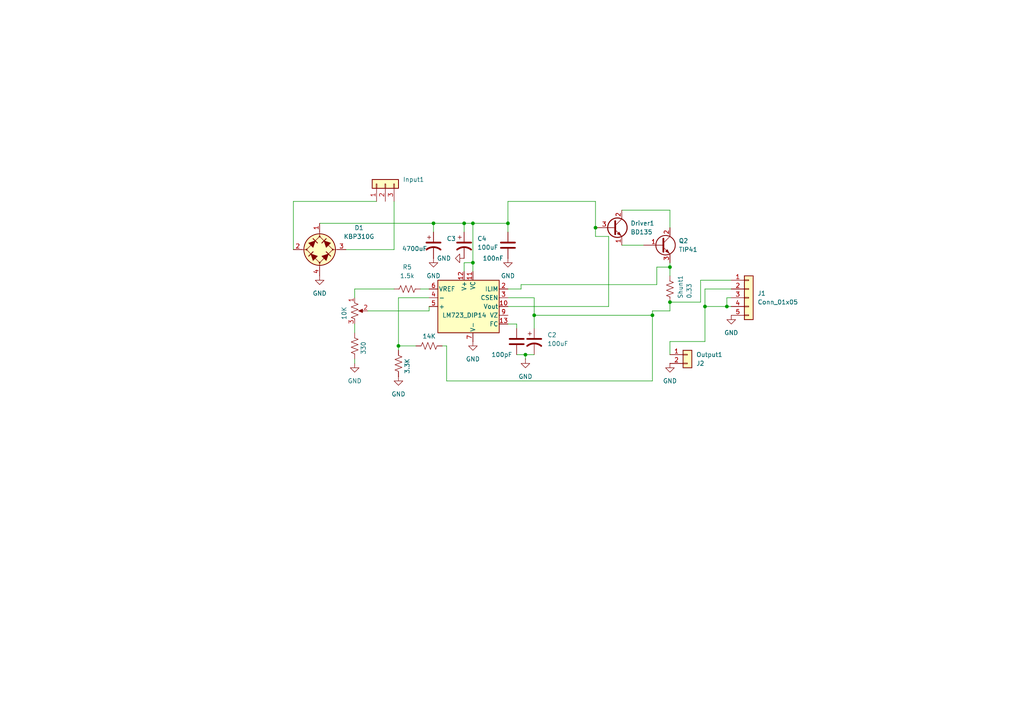
<source format=kicad_sch>
(kicad_sch (version 20231120) (generator "eeschema") (generator_version "8.0")
  (paper "A4")
  (lib_symbols
    (symbol "Connector_Generic:Conn_01x02" (pin_names (offset 1.016) hide)
      (property "Reference" "J" (at 0 2.54 0))
      (property "Value" "Conn_01x02" (at 0 -5.08 0))
      (symbol "Conn_01x02_1_1"
        (rectangle (start -1.27 -2.413) (end 0 -2.667) (stroke (width 0.1524)))
        (rectangle (start -1.27 0.127) (end 0 -0.127) (stroke (width 0.1524)))
        (rectangle (start -1.27 1.27) (end 1.27 -3.81) (stroke (width 0.254)) (fill (type background)))
        (pin passive line (at -5.08 0 0) (length 3.81) (name "Pin_1") (number "1"))
        (pin passive line (at -5.08 -2.54 0) (length 3.81) (name "Pin_2") (number "2"))
      )
    )
    (symbol "Connector_Generic:Conn_01x03" (pin_names (offset 1.016) hide)
      (property "Reference" "J" (at 0 5.08 0))
      (property "Value" "Conn_01x03" (at 0 -5.08 0))
      (symbol "Conn_01x03_1_1"
        (rectangle (start -1.27 -2.413) (end 0 -2.667) (stroke (width 0.1524)))
        (rectangle (start -1.27 0.127) (end 0 -0.127) (stroke (width 0.1524)))
        (rectangle (start -1.27 2.667) (end 0 2.413) (stroke (width 0.1524)))
        (rectangle (start -1.27 3.81) (end 1.27 -3.81) (stroke (width 0.254)) (fill (type background)))
        (pin passive line (at -5.08 2.54 0) (length 3.81) (name "Pin_1") (number "1"))
        (pin passive line (at -5.08 0 0) (length 3.81) (name "Pin_2") (number "2"))
        (pin passive line (at -5.08 -2.54 0) (length 3.81) (name "Pin_3") (number "3"))
      )
    )
    (symbol "Connector_Generic:Conn_01x05" (pin_names (offset 1.016) hide)
      (property "Reference" "J" (at 0 7.62 0))
      (property "Value" "Conn_01x05" (at 0 -7.62 0))
      (symbol "Conn_01x05_1_1"
        (rectangle (start -1.27 -4.953) (end 0 -5.207) (stroke (width 0.1524)))
        (rectangle (start -1.27 -2.413) (end 0 -2.667) (stroke (width 0.1524)))
        (rectangle (start -1.27 0.127) (end 0 -0.127) (stroke (width 0.1524)))
        (rectangle (start -1.27 2.667) (end 0 2.413) (stroke (width 0.1524)))
        (rectangle (start -1.27 5.207) (end 0 4.953) (stroke (width 0.1524)))
        (rectangle (start -1.27 6.35) (end 1.27 -6.35) (stroke (width 0.254)) (fill (type background)))
        (pin passive line (at -5.08 5.08 0) (length 3.81) (name "Pin_1") (number "1"))
        (pin passive line (at -5.08 2.54 0) (length 3.81) (name "Pin_2") (number "2"))
        (pin passive line (at -5.08 0 0) (length 3.81) (name "Pin_3") (number "3"))
        (pin passive line (at -5.08 -2.54 0) (length 3.81) (name "Pin_4") (number "4"))
        (pin passive line (at -5.08 -5.08 0) (length 3.81) (name "Pin_5") (number "5"))
      )
    )
    (symbol "Device:C" (pin_numbers hide) (pin_names (offset 0.254))
      (property "Reference" "C" (at 0.635 2.54 0))
      (property "Value" "C" (at 0.635 -2.54 0))
      (symbol "C_0_1"
        (polyline (pts (xy -2.032 -0.762) (xy 2.032 -0.762)) (stroke (width 0.508)))
        (polyline (pts (xy -2.032 0.762) (xy 2.032 0.762)) (stroke (width 0.508)))
      )
      (symbol "C_1_1"
        (pin passive line (at 0 3.81 270) (length 2.794) (name "~") (number "1"))
        (pin passive line (at 0 -3.81 90) (length 2.794) (name "~") (number "2"))
      )
    )
    (symbol "Device:C_Polarized_US" (pin_numbers hide) (pin_names (offset 0.254) hide)
      (property "Reference" "C" (at 0.635 2.54 0))
      (property "Value" "C_Polarized_US" (at 0.635 -2.54 0))
      (symbol "C_Polarized_US_0_1"
        (polyline (pts (xy -2.032 0.762) (xy 2.032 0.762)) (stroke (width 0.508)))
        (polyline (pts (xy -1.778 2.286) (xy -0.762 2.286)))
        (polyline (pts (xy -1.27 1.778) (xy -1.27 2.794)))
        (arc (start 2.032 -1.27) (mid 0 -0.5572) (end -2.032 -1.27) (stroke (width 0.508)))
      )
      (symbol "C_Polarized_US_1_1"
        (pin passive line (at 0 3.81 270) (length 2.794) (name "~") (number "1"))
        (pin passive line (at 0 -3.81 90) (length 3.302) (name "~") (number "2"))
      )
    )
    (symbol "Device:R_Potentiometer_US" (pin_names (offset 1.016) hide)
      (property "Reference" "RV" (at -4.445 0 90))
      (property "Value" "R_Potentiometer_US" (at -2.54 0 90))
      (symbol "R_Potentiometer_US_0_1"
        (polyline (pts (xy 0 -2.286) (xy 0 -2.54)))
        (polyline (pts (xy 0 2.54) (xy 0 2.286)))
        (polyline (pts (xy 2.54 0) (xy 1.524 0)))
        (polyline (pts (xy 1.143 0) (xy 2.286 0.508) (xy 2.286 -0.508) (xy 1.143 0)) (fill (type outline)))
        (polyline (pts (xy 0 -0.762) (xy 1.016 -1.143) (xy 0 -1.524) (xy -1.016 -1.905) (xy 0 -2.286)))
        (polyline (pts (xy 0 0.762) (xy 1.016 0.381) (xy 0 0) (xy -1.016 -0.381) (xy 0 -0.762)))
        (polyline (pts (xy 0 2.286) (xy 1.016 1.905) (xy 0 1.524) (xy -1.016 1.143) (xy 0 0.762)))
      )
      (symbol "R_Potentiometer_US_1_1"
        (pin passive line (at 0 3.81 270) (length 1.27) (name "1") (number "1"))
        (pin passive line (at 3.81 0 180) (length 1.27) (name "2") (number "2"))
        (pin passive line (at 0 -3.81 90) (length 1.27) (name "3") (number "3"))
      )
    )
    (symbol "Device:R_US" (pin_numbers hide) (pin_names (offset 0))
      (property "Reference" "R" (at 2.54 0 90))
      (property "Value" "R_US" (at -2.54 0 90))
      (symbol "R_US_0_1"
        (polyline (pts (xy 0 -2.286) (xy 0 -2.54)))
        (polyline (pts (xy 0 2.286) (xy 0 2.54)))
        (polyline (pts (xy 0 -0.762) (xy 1.016 -1.143) (xy 0 -1.524) (xy -1.016 -1.905) (xy 0 -2.286)))
        (polyline (pts (xy 0 0.762) (xy 1.016 0.381) (xy 0 0) (xy -1.016 -0.381) (xy 0 -0.762)))
        (polyline (pts (xy 0 2.286) (xy 1.016 1.905) (xy 0 1.524) (xy -1.016 1.143) (xy 0 0.762)))
      )
      (symbol "R_US_1_1"
        (pin passive line (at 0 3.81 270) (length 1.27) (name "~") (number "1"))
        (pin passive line (at 0 -3.81 90) (length 1.27) (name "~") (number "2"))
      )
    )
    (symbol "PCM_Diode_Bridge_AKL:KBP310G" (pin_names (offset 1.016) hide)
      (property "Reference" "D" (at 5.08 7.62 0))
      (property "Value" "KBP310G" (at 5.08 5.08 0))
      (symbol "KBP310G_0_1"
        (circle (center -3.81 0) (radius 0.1778) (fill (type outline)))
        (polyline (pts (xy -5.08 0) (xy -3.81 0)))
        (polyline (pts (xy -1.905 -0.635) (xy -3.175 -1.905)) (stroke (width 0.254)))
        (polyline (pts (xy -1.905 3.175) (xy -0.635 1.905)) (stroke (width 0.254)))
        (polyline (pts (xy 0 -5.08) (xy 0 -3.81)))
        (polyline (pts (xy 0 5.08) (xy 0 3.81)))
        (polyline (pts (xy 1.905 3.175) (xy 0.635 1.905)) (stroke (width 0.254)))
        (polyline (pts (xy 3.175 -1.905) (xy 1.905 -0.635)) (stroke (width 0.254)))
        (polyline (pts (xy 5.08 0) (xy 3.81 0)))
        (polyline (pts (xy -2.54 -1.27) (xy -1.905 -3.175) (xy -0.635 -1.905) (xy -2.54 -1.27)) (fill (type outline)))
        (polyline (pts (xy -1.27 2.54) (xy -1.905 0.635) (xy -3.175 1.905) (xy -1.27 2.54)) (fill (type outline)))
        (polyline (pts (xy 1.27 2.54) (xy 3.175 1.905) (xy 1.905 0.635) (xy 1.27 2.54)) (fill (type outline)))
        (polyline (pts (xy 2.54 -1.27) (xy 0.635 -1.905) (xy 1.905 -3.175) (xy 2.54 -1.27)) (fill (type outline)))
        (polyline (pts (xy 0 3.81) (xy -3.81 0) (xy 0 -3.81) (xy 3.81 0) (xy 0 3.81)))
        (circle (center 0 0) (radius 4.572) (stroke (width 0.254)) (fill (type background)))
      )
      (symbol "KBP310G_1_1"
        (circle (center 0 -3.81) (radius 0.1778) (fill (type outline)))
        (circle (center 0 3.81) (radius 0.1778) (fill (type outline)))
        (circle (center 3.81 0) (radius 0.1778) (fill (type outline)))
        (pin passive line (at 0 7.62 270) (length 2.54) (name "+") (number "1"))
        (pin passive line (at -7.62 0 0) (length 2.54) (name "1") (number "2"))
        (pin passive line (at 7.62 0 180) (length 2.54) (name "2") (number "3"))
        (pin passive line (at 0 -7.62 90) (length 2.54) (name "-") (number "4"))
      )
    )
    (symbol "Regulator_Linear:LM723_DIP14" (pin_names (offset 0.254))
      (property "Reference" "U" (at 0.635 10.795 0))
      (property "Value" "LM723_DIP14" (at 0.635 8.89 0))
      (symbol "LM723_DIP14_0_1"
        (rectangle (start -10.16 -7.62) (end 7.62 7.62) (stroke (width 0.254)) (fill (type background)))
      )
      (symbol "LM723_DIP14_1_1"
        (pin no_connect line (at -10.16 -5.08 0) (length 2.54) hide (name "NC") (number "1"))
        (pin power_out line (at 10.16 0 180) (length 2.54) (name "Vout") (number "10"))
        (pin power_in line (at 0 10.16 270) (length 2.54) (name "VC") (number "11"))
        (pin power_in line (at -2.54 10.16 270) (length 2.54) (name "V+") (number "12"))
        (pin input line (at 10.16 -5.08 180) (length 2.54) (name "FC") (number "13"))
        (pin no_connect line (at -2.54 -7.62 90) (length 2.54) hide (name "NC") (number "14"))
        (pin input line (at 10.16 5.08 180) (length 2.54) (name "ILIM") (number "2"))
        (pin input line (at 10.16 2.54 180) (length 2.54) (name "CSEN") (number "3"))
        (pin input line (at -12.7 2.54 0) (length 2.54) (name "-") (number "4"))
        (pin input line (at -12.7 0 0) (length 2.54) (name "+") (number "5"))
        (pin power_out line (at -12.7 5.08 0) (length 2.54) (name "VREF") (number "6"))
        (pin power_in line (at 0 -10.16 90) (length 2.54) (name "V-") (number "7"))
        (pin no_connect line (at -10.16 -2.54 0) (length 2.54) hide (name "NC") (number "8"))
        (pin input line (at 10.16 -2.54 180) (length 2.54) (name "VZ") (number "9"))
      )
    )
    (symbol "Transistor_BJT:BD135" (pin_names (offset 0) hide)
      (property "Reference" "Q" (at 5.08 1.905 0))
      (property "Value" "BD135" (at 5.08 0 0))
      (symbol "BD135_0_1"
        (polyline (pts (xy 0 0) (xy 0.635 0)))
        (polyline (pts (xy 2.54 -2.54) (xy 0.635 -0.635)))
        (polyline (pts (xy 2.54 2.54) (xy 0.635 0.635)))
        (polyline (pts (xy 0.635 1.905) (xy 0.635 -1.905) (xy 0.635 -1.905)) (stroke (width 0.508)) (fill (type outline)))
        (polyline (pts (xy 1.2446 -1.778) (xy 1.7526 -1.27) (xy 2.286 -2.286) (xy 1.2446 -1.778) (xy 1.2446 -1.778)) (fill (type outline)))
        (circle (center 1.27 0) (radius 2.8194) (stroke (width 0.3048)))
      )
      (symbol "BD135_1_1"
        (pin passive line (at 2.54 -5.08 90) (length 2.54) (name "E") (number "1"))
        (pin passive line (at 2.54 5.08 270) (length 2.54) (name "C") (number "2"))
        (pin input line (at -5.08 0 0) (length 5.08) (name "B") (number "3"))
      )
    )
    (symbol "Transistor_BJT:TIP41" (pin_names (offset 0) hide)
      (property "Reference" "Q" (at 6.35 1.905 0))
      (property "Value" "TIP41" (at 6.35 0 0))
      (symbol "TIP41_0_1"
        (polyline (pts (xy 0.635 0.635) (xy 2.54 2.54)))
        (polyline (pts (xy 0.635 -0.635) (xy 2.54 -2.54) (xy 2.54 -2.54)))
        (polyline (pts (xy 0.635 1.905) (xy 0.635 -1.905) (xy 0.635 -1.905)) (stroke (width 0.508)))
        (polyline (pts (xy 1.27 -1.778) (xy 1.778 -1.27) (xy 2.286 -2.286) (xy 1.27 -1.778) (xy 1.27 -1.778)) (fill (type outline)))
        (circle (center 1.27 0) (radius 2.8194) (stroke (width 0.254)))
      )
      (symbol "TIP41_1_1"
        (pin input line (at -5.08 0 0) (length 5.715) (name "B") (number "1"))
        (pin passive line (at 2.54 5.08 270) (length 2.54) (name "C") (number "2"))
        (pin passive line (at 2.54 -5.08 90) (length 2.54) (name "E") (number "3"))
      )
    )
    (symbol "power:GND" (power) (pin_numbers hide) (pin_names (offset 0) hide)
      (property "Value" "GND" (at 0 -3.81 0))
      (symbol "GND_0_1"
        (polyline (pts (xy 0 0) (xy 0 -1.27) (xy 1.27 -1.27) (xy 0 -2.54) (xy -1.27 -1.27) (xy 0 -1.27)))
      )
      (symbol "GND_1_1"
        (pin power_in line (at 0 0 270) (length 0) (name "~") (number "1"))
      )
    )
  )
  (junction (at 137.16 76.2))
  (junction (at 189.23 91.44))
  (junction (at 115.57 100.33))
  (junction (at 147.32 64.77))
  (junction (at 154.94 91.44))
  (junction (at 194.31 87.63))
  (junction (at 172.72 66.04))
  (junction (at 152.4 102.87))
  (junction (at 194.31 77.47))
  (junction (at 125.73 64.77))
  (junction (at 210.82 88.9))
  (junction (at 204.47 88.9))
  (junction (at 134.62 64.77))
  (junction (at 137.16 64.77))
  (wire (pts (xy 180.34 71.12) (xy 186.69 71.12)))
  (wire (pts (xy 124.46 90.17) (xy 124.46 88.9)))
  (wire (pts (xy 203.2 81.28) (xy 203.2 87.63)))
  (wire (pts (xy 114.3 72.39) (xy 114.3 58.42)))
  (wire (pts (xy 137.16 76.2) (xy 137.16 78.74)))
  (wire (pts (xy 134.62 78.74) (xy 134.62 76.2)))
  (wire (pts (xy 204.47 88.9) (xy 204.47 99.06)))
  (wire (pts (xy 212.09 86.36) (xy 210.82 86.36)))
  (wire (pts (xy 102.87 93.98) (xy 102.87 96.52)))
  (wire (pts (xy 204.47 99.06) (xy 194.31 99.06)))
  (wire (pts (xy 120.65 100.33) (xy 115.57 100.33)))
  (wire (pts (xy 210.82 88.9) (xy 212.09 88.9)))
  (wire (pts (xy 210.82 86.36) (xy 210.82 88.9)))
  (wire (pts (xy 189.23 110.49) (xy 189.23 91.44)))
  (wire (pts (xy 149.86 93.98) (xy 147.32 93.98)))
  (wire (pts (xy 172.72 58.42) (xy 172.72 66.04)))
  (wire (pts (xy 125.73 67.31) (xy 125.73 64.77)))
  (wire (pts (xy 102.87 104.14) (xy 102.87 105.41)))
  (wire (pts (xy 154.94 86.36) (xy 154.94 91.44)))
  (wire (pts (xy 176.53 68.58) (xy 176.53 88.9)))
  (wire (pts (xy 134.62 64.77) (xy 125.73 64.77)))
  (wire (pts (xy 149.86 102.87) (xy 152.4 102.87)))
  (wire (pts (xy 190.5 77.47) (xy 194.31 77.47)))
  (wire (pts (xy 172.72 68.58) (xy 172.72 66.04)))
  (wire (pts (xy 115.57 100.33) (xy 115.57 101.6)))
  (wire (pts (xy 128.27 100.33) (xy 129.54 100.33)))
  (wire (pts (xy 194.31 87.63) (xy 194.31 90.17)))
  (wire (pts (xy 125.73 64.77) (xy 92.71 64.77)))
  (wire (pts (xy 152.4 102.87) (xy 152.4 104.14)))
  (wire (pts (xy 176.53 68.58) (xy 172.72 68.58)))
  (wire (pts (xy 203.2 81.28) (xy 212.09 81.28)))
  (wire (pts (xy 147.32 67.31) (xy 147.32 64.77)))
  (wire (pts (xy 204.47 83.82) (xy 204.47 88.9)))
  (wire (pts (xy 154.94 91.44) (xy 154.94 95.25)))
  (wire (pts (xy 151.13 83.82) (xy 147.32 83.82)))
  (wire (pts (xy 121.92 83.82) (xy 124.46 83.82)))
  (wire (pts (xy 154.94 86.36) (xy 147.32 86.36)))
  (wire (pts (xy 194.31 76.2) (xy 194.31 77.47)))
  (wire (pts (xy 137.16 64.77) (xy 137.16 76.2)))
  (wire (pts (xy 147.32 58.42) (xy 147.32 64.77)))
  (wire (pts (xy 203.2 87.63) (xy 194.31 87.63)))
  (wire (pts (xy 134.62 64.77) (xy 137.16 64.77)))
  (wire (pts (xy 180.34 60.96) (xy 194.31 60.96)))
  (wire (pts (xy 189.23 91.44) (xy 189.23 90.17)))
  (wire (pts (xy 194.31 77.47) (xy 194.31 80.01)))
  (wire (pts (xy 129.54 110.49) (xy 189.23 110.49)))
  (wire (pts (xy 149.86 95.25) (xy 149.86 93.98)))
  (wire (pts (xy 102.87 83.82) (xy 102.87 86.36)))
  (wire (pts (xy 85.09 72.39) (xy 85.09 58.42)))
  (wire (pts (xy 100.33 72.39) (xy 114.3 72.39)))
  (wire (pts (xy 172.72 58.42) (xy 147.32 58.42)))
  (wire (pts (xy 190.5 82.55) (xy 190.5 77.47)))
  (wire (pts (xy 151.13 82.55) (xy 151.13 83.82)))
  (wire (pts (xy 194.31 66.04) (xy 194.31 60.96)))
  (wire (pts (xy 134.62 76.2) (xy 137.16 76.2)))
  (wire (pts (xy 115.57 86.36) (xy 124.46 86.36)))
  (wire (pts (xy 134.62 67.31) (xy 134.62 64.77)))
  (wire (pts (xy 194.31 99.06) (xy 194.31 102.87)))
  (wire (pts (xy 147.32 88.9) (xy 176.53 88.9)))
  (wire (pts (xy 189.23 90.17) (xy 194.31 90.17)))
  (wire (pts (xy 114.3 83.82) (xy 102.87 83.82)))
  (wire (pts (xy 115.57 100.33) (xy 115.57 86.36)))
  (wire (pts (xy 85.09 58.42) (xy 109.22 58.42)))
  (wire (pts (xy 204.47 83.82) (xy 212.09 83.82)))
  (wire (pts (xy 154.94 91.44) (xy 189.23 91.44)))
  (wire (pts (xy 137.16 64.77) (xy 147.32 64.77)))
  (wire (pts (xy 129.54 100.33) (xy 129.54 110.49)))
  (wire (pts (xy 106.68 90.17) (xy 124.46 90.17)))
  (wire (pts (xy 204.47 88.9) (xy 210.82 88.9)))
  (wire (pts (xy 151.13 82.55) (xy 190.5 82.55)))
  (wire (pts (xy 152.4 102.87) (xy 154.94 102.87)))
  (symbol (lib_id "Connector_Generic:Conn_01x03") (at 111.76 53.34 90) (unit 1)
    (property "Reference" "Input1" (at 116.84 52.0699 90) (effects (justify right)))
    (property "Value" "J3" (effects (hide yes)))
    (property "Footprint" "Connector_Molex:Molex_KK-254_AE-6410-03A_1x03_P2.54mm_Vertical" (effects (hide yes)))
    (property "Description" "Generic connector, single row, 01x03, script generated (kicad-library-utils/schlib/autogen/connector/)" (effects (hide yes)))
  )
  (symbol (lib_id "Device:C_Polarized_US") (at 154.94 99.06 0) (unit 1)
    (property "Reference" "C2" (at 158.75 97.1549 0) (effects (justify left)))
    (property "Value" "100uF" (at 158.75 99.6949 0) (effects (justify left)))
    (property "Footprint" "Capacitor_THT:CP_Radial_Tantal_D8.0mm_P2.50mm" (effects (hide yes)))
    (property "Description" "Polarized capacitor, US symbol" (effects (hide yes)))
  )
  (symbol (lib_id "power:GND") (at 125.73 74.93 0) (unit 1)
    (property "Reference" "#PWR04" (effects (hide yes)))
    (property "Value" "GND" (at 125.73 80.01 0))
    (property "Description" "Power symbol creates a global label with name \"GND\" , ground" (effects (hide yes)))
  )
  (symbol (lib_id "power:GND") (at 115.57 109.22 0) (unit 1)
    (property "Reference" "#PWR09" (effects (hide yes)))
    (property "Value" "GND" (at 115.57 114.3 0))
    (property "Description" "Power symbol creates a global label with name \"GND\" , ground" (effects (hide yes)))
  )
  (symbol (lib_id "Connector_Generic:Conn_01x05") (at 217.17 86.36 0) (unit 1)
    (property "Reference" "J1" (at 219.71 85.0899 0) (effects (justify left)))
    (property "Value" "Conn_01x05" (at 219.71 87.6299 0) (effects (justify left)))
    (property "Footprint" "Connector_Molex:Molex_KK-254_AE-6410-05A_1x05_P2.54mm_Vertical" (effects (hide yes)))
    (property "Description" "Generic connector, single row, 01x05, script generated (kicad-library-utils/schlib/autogen/connector/)" (effects (hide yes)))
  )
  (symbol (lib_id "Device:R_US") (at 194.31 83.82 0) (unit 1)
    (property "Reference" "Shunt1" (at 197.358 86.614 90) (effects (justify left)))
    (property "Value" "0.33" (at 199.898 86.614 90) (effects (justify left)))
    (property "Footprint" "Resistor_THT:R_Axial_Power_L20.0mm_W6.4mm_P25.40mm" (effects (hide yes)))
    (property "Description" "Resistor, US symbol" (effects (hide yes)))
  )
  (symbol (lib_id "Device:R_US") (at 102.87 100.33 180) (unit 1)
    (property "Reference" "R6" (effects (hide yes)))
    (property "Value" "330" (at 105.41 102.87 90) (effects (justify right)))
    (property "Footprint" "Resistor_THT:R_Axial_DIN0411_L9.9mm_D3.6mm_P15.24mm_Horizontal" (effects (hide yes)))
    (property "Description" "Resistor, US symbol" (effects (hide yes)))
  )
  (symbol (lib_id "Regulator_Linear:LM723_DIP14") (at 137.16 88.9 0) (unit 1)
    (property "Reference" "U1" (effects (hide yes)))
    (property "Value" "LM723_DIP14" (at 128.27 91.44 0) (effects (justify left)))
    (property "Footprint" "Package_DIP:DIP-14_W7.62mm" (effects (hide yes)))
    (property "Description" "Linear Regulator (adjustable), DIP-14" (effects (hide yes)))
  )
  (symbol (lib_id "Device:C") (at 147.32 71.12 180) (unit 1)
    (property "Reference" "C5" (effects (hide yes)))
    (property "Value" "100nF" (at 143.002 74.93 0))
    (property "Footprint" "Capacitor_THT:C_Disc_D5.0mm_W2.5mm_P2.50mm" (effects (hide yes)))
    (property "Description" "Unpolarized capacitor" (effects (hide yes)))
  )
  (symbol (lib_id "Transistor_BJT:BD135") (at 177.8 66.04 0) (unit 1)
    (property "Reference" "Driver1" (at 182.88 64.7699 0) (effects (justify left)))
    (property "Value" "BD135" (at 182.88 67.3099 0) (effects (justify left)))
    (property "Footprint" "Package_TO_SOT_THT:TO-126-3_Vertical" (effects (hide yes)))
    (property "Description" "1.5A Ic, 45V Vce, Low Voltage Transistor, TO-126" (effects (hide yes)))
  )
  (symbol (lib_id "Connector_Generic:Conn_01x02") (at 199.39 102.87 0) (unit 1)
    (property "Reference" "Output1" (at 201.93 102.8699 0) (effects (justify left)))
    (property "Value" "J2" (at 201.93 105.4099 0) (effects (justify left)))
    (property "Footprint" "Connector_Molex:Molex_KK-254_AE-6410-02A_1x02_P2.54mm_Vertical" (effects (hide yes)))
    (property "Description" "Generic connector, single row, 01x02, script generated (kicad-library-utils/schlib/autogen/connector/)" (effects (hide yes)))
  )
  (symbol (lib_id "Device:R_US") (at 118.11 83.82 90) (unit 1)
    (property "Reference" "R5" (at 118.11 77.47 90))
    (property "Value" "1.5k" (at 118.11 80.01 90))
    (property "Footprint" "Resistor_THT:R_Axial_DIN0411_L9.9mm_D3.6mm_P15.24mm_Horizontal" (effects (hide yes)))
    (property "Description" "Resistor, US symbol" (effects (hide yes)))
  )
  (symbol (lib_id "Transistor_BJT:TIP41") (at 191.77 71.12 0) (unit 1)
    (property "Reference" "Q2" (at 196.85 69.8499 0) (effects (justify left)))
    (property "Value" "TIP41" (at 196.85 72.3899 0) (effects (justify left)))
    (property "Footprint" "Package_TO_SOT_THT:TO-220-3_Vertical" (effects (hide yes)))
    (property "Description" "6A Ic, 40V Vce, Power NPN Transistor, TO-220" (effects (hide yes)))
  )
  (symbol (lib_id "power:GND") (at 147.32 74.93 0) (unit 1)
    (property "Reference" "#PWR06" (effects (hide yes)))
    (property "Value" "GND" (at 147.32 80.01 0))
    (property "Description" "Power symbol creates a global label with name \"GND\" , ground" (effects (hide yes)))
  )
  (symbol (lib_id "Device:C_Polarized_US") (at 125.73 71.12 0) (unit 1)
    (property "Reference" "C3" (at 129.54 69.2149 0) (effects (justify left)))
    (property "Value" "4700uF" (at 116.586 72.136 0) (effects (justify left)))
    (property "Footprint" "Capacitor_THT:C_Radial_D18.0mm_H35.5mm_P7.50mm" (effects (hide yes)))
    (property "Description" "Polarized capacitor, US symbol" (effects (hide yes)))
  )
  (symbol (lib_id "power:GND") (at 137.16 99.06 0) (unit 1)
    (property "Reference" "#PWR01" (effects (hide yes)))
    (property "Value" "GND" (at 137.16 104.14 0))
    (property "Description" "Power symbol creates a global label with name \"GND\" , ground" (effects (hide yes)))
  )
  (symbol (lib_id "power:GND") (at 134.62 74.93 270) (unit 1)
    (property "Reference" "#PWR05" (effects (hide yes)))
    (property "Value" "GND" (at 130.81 74.9299 90) (effects (justify right)))
    (property "Description" "Power symbol creates a global label with name \"GND\" , ground" (effects (hide yes)))
  )
  (symbol (lib_id "power:GND") (at 212.09 91.44 0) (unit 1)
    (property "Reference" "#PWR07" (effects (hide yes)))
    (property "Value" "GND" (at 212.09 96.52 0))
    (property "Description" "Power symbol creates a global label with name \"GND\" , ground" (effects (hide yes)))
  )
  (symbol (lib_id "PCM_Diode_Bridge_AKL:KBP310G") (at 92.71 72.39 0) (unit 1)
    (property "Reference" "D1" (at 104.14 66.0714 0))
    (property "Value" "KBP310G" (at 104.14 68.6114 0))
    (property "Footprint" "PCM_Diode_THT_AKL:Diode_Bridge_KBP" (effects (hide yes)))
    (property "Datasheet" "https://www.tme.eu/Document/48fe992e3c594d5adbabc9ccfa74001a/kbp302g.pdf" (effects (hide yes)))
    (property "Description" "3A, 1000V, THT Diode bridge, Alternate KiCAD Library" (effects (hide yes)))
  )
  (symbol (lib_id "Device:R_US") (at 115.57 105.41 0) (unit 1)
    (property "Reference" "R1" (effects (hide yes)))
    (property "Value" "3.3K" (at 118.11 108.458 90) (effects (justify left)))
    (property "Footprint" "Resistor_THT:R_Axial_DIN0411_L9.9mm_D3.6mm_P12.70mm_Horizontal" (effects (hide yes)))
    (property "Description" "Resistor, US symbol" (effects (hide yes)))
  )
  (symbol (lib_id "Device:R_US") (at 124.46 100.33 90) (unit 1)
    (property "Reference" "R4" (effects (hide yes)))
    (property "Value" "14K" (at 124.46 97.536 90))
    (property "Footprint" "Resistor_THT:R_Axial_DIN0411_L9.9mm_D3.6mm_P15.24mm_Horizontal" (effects (hide yes)))
    (property "Description" "Resistor, US symbol" (effects (hide yes)))
  )
  (symbol (lib_id "power:GND") (at 152.4 104.14 0) (unit 1)
    (property "Reference" "#PWR02" (effects (hide yes)))
    (property "Value" "GND" (at 152.4 109.22 0))
    (property "Description" "Power symbol creates a global label with name \"GND\" , ground" (effects (hide yes)))
  )
  (symbol (lib_id "Device:C_Polarized_US") (at 134.62 71.12 0) (unit 1)
    (property "Reference" "C4" (at 138.43 69.2149 0) (effects (justify left)))
    (property "Value" "100uF" (at 138.43 71.7549 0) (effects (justify left)))
    (property "Footprint" "Capacitor_THT:CP_Radial_Tantal_D8.0mm_P2.50mm" (effects (hide yes)))
    (property "Description" "Polarized capacitor, US symbol" (effects (hide yes)))
  )
  (symbol (lib_id "power:GND") (at 102.87 105.41 0) (unit 1)
    (property "Reference" "#PWR010" (effects (hide yes)))
    (property "Value" "GND" (at 102.87 110.49 0))
    (property "Description" "Power symbol creates a global label with name \"GND\" , ground" (effects (hide yes)))
  )
  (symbol (lib_id "power:GND") (at 92.71 80.01 0) (unit 1)
    (property "Reference" "#PWR03" (effects (hide yes)))
    (property "Value" "GND" (at 92.71 85.09 0))
    (property "Description" "Power symbol creates a global label with name \"GND\" , ground" (effects (hide yes)))
  )
  (symbol (lib_id "power:GND") (at 194.31 105.41 0) (unit 1)
    (property "Reference" "#PWR08" (effects (hide yes)))
    (property "Value" "GND" (at 194.31 110.49 0))
    (property "Description" "Power symbol creates a global label with name \"GND\" , ground" (effects (hide yes)))
  )
  (symbol (lib_id "Device:C") (at 149.86 99.06 180) (unit 1)
    (property "Reference" "C1" (effects (hide yes)))
    (property "Value" "100pF" (at 145.542 102.87 0))
    (property "Footprint" "Capacitor_THT:C_Disc_D5.0mm_W2.5mm_P2.50mm" (effects (hide yes)))
    (property "Description" "Unpolarized capacitor" (effects (hide yes)))
  )
  (symbol (lib_id "Device:R_Potentiometer_US") (at 102.87 90.17 0) (unit 1)
    (property "Reference" "RV1" (effects (hide yes)))
    (property "Value" "10K" (at 99.822 88.9 90) (effects (justify right)))
    (property "Footprint" "Potentiometer_THT:Potentiometer_Alps_RK163_Single_Horizontal" (effects (hide yes)))
    (property "Description" "Potentiometer, US symbol" (effects (hide yes)))
  )
)
</source>
